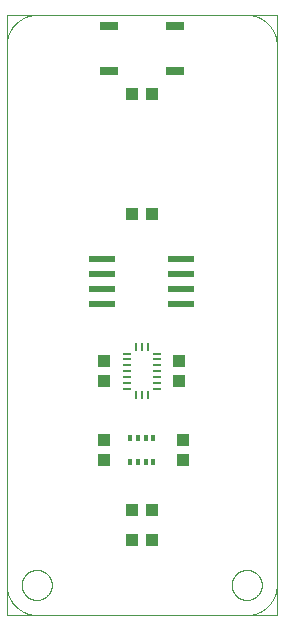
<source format=gtp>
G75*
%MOIN*%
%OFA0B0*%
%FSLAX25Y25*%
%IPPOS*%
%LPD*%
%AMOC8*
5,1,8,0,0,1.08239X$1,22.5*
%
%ADD10C,0.00000*%
%ADD11R,0.03937X0.04331*%
%ADD12R,0.04331X0.03937*%
%ADD13R,0.02657X0.00984*%
%ADD14R,0.00984X0.02657*%
%ADD15R,0.01378X0.01969*%
%ADD16R,0.06000X0.03000*%
%ADD17R,0.08661X0.02362*%
D10*
X0005000Y0004300D02*
X0005000Y0204261D01*
X0094951Y0204261D01*
X0094951Y0004300D01*
X0005000Y0004300D01*
X0005000Y0014300D02*
X0005000Y0194300D01*
X0005003Y0194542D01*
X0005012Y0194783D01*
X0005026Y0195024D01*
X0005047Y0195265D01*
X0005073Y0195505D01*
X0005105Y0195745D01*
X0005143Y0195984D01*
X0005186Y0196221D01*
X0005236Y0196458D01*
X0005291Y0196693D01*
X0005351Y0196927D01*
X0005418Y0197159D01*
X0005489Y0197390D01*
X0005567Y0197619D01*
X0005650Y0197846D01*
X0005738Y0198071D01*
X0005832Y0198294D01*
X0005931Y0198514D01*
X0006036Y0198732D01*
X0006145Y0198947D01*
X0006260Y0199160D01*
X0006380Y0199370D01*
X0006505Y0199576D01*
X0006635Y0199780D01*
X0006770Y0199981D01*
X0006910Y0200178D01*
X0007054Y0200372D01*
X0007203Y0200562D01*
X0007357Y0200748D01*
X0007515Y0200931D01*
X0007677Y0201110D01*
X0007844Y0201285D01*
X0008015Y0201456D01*
X0008190Y0201623D01*
X0008369Y0201785D01*
X0008552Y0201943D01*
X0008738Y0202097D01*
X0008928Y0202246D01*
X0009122Y0202390D01*
X0009319Y0202530D01*
X0009520Y0202665D01*
X0009724Y0202795D01*
X0009930Y0202920D01*
X0010140Y0203040D01*
X0010353Y0203155D01*
X0010568Y0203264D01*
X0010786Y0203369D01*
X0011006Y0203468D01*
X0011229Y0203562D01*
X0011454Y0203650D01*
X0011681Y0203733D01*
X0011910Y0203811D01*
X0012141Y0203882D01*
X0012373Y0203949D01*
X0012607Y0204009D01*
X0012842Y0204064D01*
X0013079Y0204114D01*
X0013316Y0204157D01*
X0013555Y0204195D01*
X0013795Y0204227D01*
X0014035Y0204253D01*
X0014276Y0204274D01*
X0014517Y0204288D01*
X0014758Y0204297D01*
X0015000Y0204300D01*
X0085000Y0204300D01*
X0085242Y0204297D01*
X0085483Y0204288D01*
X0085724Y0204274D01*
X0085965Y0204253D01*
X0086205Y0204227D01*
X0086445Y0204195D01*
X0086684Y0204157D01*
X0086921Y0204114D01*
X0087158Y0204064D01*
X0087393Y0204009D01*
X0087627Y0203949D01*
X0087859Y0203882D01*
X0088090Y0203811D01*
X0088319Y0203733D01*
X0088546Y0203650D01*
X0088771Y0203562D01*
X0088994Y0203468D01*
X0089214Y0203369D01*
X0089432Y0203264D01*
X0089647Y0203155D01*
X0089860Y0203040D01*
X0090070Y0202920D01*
X0090276Y0202795D01*
X0090480Y0202665D01*
X0090681Y0202530D01*
X0090878Y0202390D01*
X0091072Y0202246D01*
X0091262Y0202097D01*
X0091448Y0201943D01*
X0091631Y0201785D01*
X0091810Y0201623D01*
X0091985Y0201456D01*
X0092156Y0201285D01*
X0092323Y0201110D01*
X0092485Y0200931D01*
X0092643Y0200748D01*
X0092797Y0200562D01*
X0092946Y0200372D01*
X0093090Y0200178D01*
X0093230Y0199981D01*
X0093365Y0199780D01*
X0093495Y0199576D01*
X0093620Y0199370D01*
X0093740Y0199160D01*
X0093855Y0198947D01*
X0093964Y0198732D01*
X0094069Y0198514D01*
X0094168Y0198294D01*
X0094262Y0198071D01*
X0094350Y0197846D01*
X0094433Y0197619D01*
X0094511Y0197390D01*
X0094582Y0197159D01*
X0094649Y0196927D01*
X0094709Y0196693D01*
X0094764Y0196458D01*
X0094814Y0196221D01*
X0094857Y0195984D01*
X0094895Y0195745D01*
X0094927Y0195505D01*
X0094953Y0195265D01*
X0094974Y0195024D01*
X0094988Y0194783D01*
X0094997Y0194542D01*
X0095000Y0194300D01*
X0095000Y0014300D01*
X0080000Y0014300D02*
X0080002Y0014441D01*
X0080008Y0014582D01*
X0080018Y0014722D01*
X0080032Y0014862D01*
X0080050Y0015002D01*
X0080071Y0015141D01*
X0080097Y0015280D01*
X0080126Y0015418D01*
X0080160Y0015554D01*
X0080197Y0015690D01*
X0080238Y0015825D01*
X0080283Y0015959D01*
X0080332Y0016091D01*
X0080384Y0016222D01*
X0080440Y0016351D01*
X0080500Y0016478D01*
X0080563Y0016604D01*
X0080629Y0016728D01*
X0080700Y0016851D01*
X0080773Y0016971D01*
X0080850Y0017089D01*
X0080930Y0017205D01*
X0081014Y0017318D01*
X0081100Y0017429D01*
X0081190Y0017538D01*
X0081283Y0017644D01*
X0081378Y0017747D01*
X0081477Y0017848D01*
X0081578Y0017946D01*
X0081682Y0018041D01*
X0081789Y0018133D01*
X0081898Y0018222D01*
X0082010Y0018307D01*
X0082124Y0018390D01*
X0082240Y0018470D01*
X0082359Y0018546D01*
X0082480Y0018618D01*
X0082602Y0018688D01*
X0082727Y0018753D01*
X0082853Y0018816D01*
X0082981Y0018874D01*
X0083111Y0018929D01*
X0083242Y0018981D01*
X0083375Y0019028D01*
X0083509Y0019072D01*
X0083644Y0019113D01*
X0083780Y0019149D01*
X0083917Y0019181D01*
X0084055Y0019210D01*
X0084193Y0019235D01*
X0084333Y0019255D01*
X0084473Y0019272D01*
X0084613Y0019285D01*
X0084754Y0019294D01*
X0084894Y0019299D01*
X0085035Y0019300D01*
X0085176Y0019297D01*
X0085317Y0019290D01*
X0085457Y0019279D01*
X0085597Y0019264D01*
X0085737Y0019245D01*
X0085876Y0019223D01*
X0086014Y0019196D01*
X0086152Y0019166D01*
X0086288Y0019131D01*
X0086424Y0019093D01*
X0086558Y0019051D01*
X0086692Y0019005D01*
X0086824Y0018956D01*
X0086954Y0018902D01*
X0087083Y0018845D01*
X0087210Y0018785D01*
X0087336Y0018721D01*
X0087459Y0018653D01*
X0087581Y0018582D01*
X0087701Y0018508D01*
X0087818Y0018430D01*
X0087933Y0018349D01*
X0088046Y0018265D01*
X0088157Y0018178D01*
X0088265Y0018087D01*
X0088370Y0017994D01*
X0088473Y0017897D01*
X0088573Y0017798D01*
X0088670Y0017696D01*
X0088764Y0017591D01*
X0088855Y0017484D01*
X0088943Y0017374D01*
X0089028Y0017262D01*
X0089110Y0017147D01*
X0089189Y0017030D01*
X0089264Y0016911D01*
X0089336Y0016790D01*
X0089404Y0016667D01*
X0089469Y0016542D01*
X0089531Y0016415D01*
X0089588Y0016286D01*
X0089643Y0016156D01*
X0089693Y0016025D01*
X0089740Y0015892D01*
X0089783Y0015758D01*
X0089822Y0015622D01*
X0089857Y0015486D01*
X0089889Y0015349D01*
X0089916Y0015211D01*
X0089940Y0015072D01*
X0089960Y0014932D01*
X0089976Y0014792D01*
X0089988Y0014652D01*
X0089996Y0014511D01*
X0090000Y0014370D01*
X0090000Y0014230D01*
X0089996Y0014089D01*
X0089988Y0013948D01*
X0089976Y0013808D01*
X0089960Y0013668D01*
X0089940Y0013528D01*
X0089916Y0013389D01*
X0089889Y0013251D01*
X0089857Y0013114D01*
X0089822Y0012978D01*
X0089783Y0012842D01*
X0089740Y0012708D01*
X0089693Y0012575D01*
X0089643Y0012444D01*
X0089588Y0012314D01*
X0089531Y0012185D01*
X0089469Y0012058D01*
X0089404Y0011933D01*
X0089336Y0011810D01*
X0089264Y0011689D01*
X0089189Y0011570D01*
X0089110Y0011453D01*
X0089028Y0011338D01*
X0088943Y0011226D01*
X0088855Y0011116D01*
X0088764Y0011009D01*
X0088670Y0010904D01*
X0088573Y0010802D01*
X0088473Y0010703D01*
X0088370Y0010606D01*
X0088265Y0010513D01*
X0088157Y0010422D01*
X0088046Y0010335D01*
X0087933Y0010251D01*
X0087818Y0010170D01*
X0087701Y0010092D01*
X0087581Y0010018D01*
X0087459Y0009947D01*
X0087336Y0009879D01*
X0087210Y0009815D01*
X0087083Y0009755D01*
X0086954Y0009698D01*
X0086824Y0009644D01*
X0086692Y0009595D01*
X0086558Y0009549D01*
X0086424Y0009507D01*
X0086288Y0009469D01*
X0086152Y0009434D01*
X0086014Y0009404D01*
X0085876Y0009377D01*
X0085737Y0009355D01*
X0085597Y0009336D01*
X0085457Y0009321D01*
X0085317Y0009310D01*
X0085176Y0009303D01*
X0085035Y0009300D01*
X0084894Y0009301D01*
X0084754Y0009306D01*
X0084613Y0009315D01*
X0084473Y0009328D01*
X0084333Y0009345D01*
X0084193Y0009365D01*
X0084055Y0009390D01*
X0083917Y0009419D01*
X0083780Y0009451D01*
X0083644Y0009487D01*
X0083509Y0009528D01*
X0083375Y0009572D01*
X0083242Y0009619D01*
X0083111Y0009671D01*
X0082981Y0009726D01*
X0082853Y0009784D01*
X0082727Y0009847D01*
X0082602Y0009912D01*
X0082480Y0009982D01*
X0082359Y0010054D01*
X0082240Y0010130D01*
X0082124Y0010210D01*
X0082010Y0010293D01*
X0081898Y0010378D01*
X0081789Y0010467D01*
X0081682Y0010559D01*
X0081578Y0010654D01*
X0081477Y0010752D01*
X0081378Y0010853D01*
X0081283Y0010956D01*
X0081190Y0011062D01*
X0081100Y0011171D01*
X0081014Y0011282D01*
X0080930Y0011395D01*
X0080850Y0011511D01*
X0080773Y0011629D01*
X0080700Y0011749D01*
X0080629Y0011872D01*
X0080563Y0011996D01*
X0080500Y0012122D01*
X0080440Y0012249D01*
X0080384Y0012378D01*
X0080332Y0012509D01*
X0080283Y0012641D01*
X0080238Y0012775D01*
X0080197Y0012910D01*
X0080160Y0013046D01*
X0080126Y0013182D01*
X0080097Y0013320D01*
X0080071Y0013459D01*
X0080050Y0013598D01*
X0080032Y0013738D01*
X0080018Y0013878D01*
X0080008Y0014018D01*
X0080002Y0014159D01*
X0080000Y0014300D01*
X0085000Y0004300D02*
X0085242Y0004303D01*
X0085483Y0004312D01*
X0085724Y0004326D01*
X0085965Y0004347D01*
X0086205Y0004373D01*
X0086445Y0004405D01*
X0086684Y0004443D01*
X0086921Y0004486D01*
X0087158Y0004536D01*
X0087393Y0004591D01*
X0087627Y0004651D01*
X0087859Y0004718D01*
X0088090Y0004789D01*
X0088319Y0004867D01*
X0088546Y0004950D01*
X0088771Y0005038D01*
X0088994Y0005132D01*
X0089214Y0005231D01*
X0089432Y0005336D01*
X0089647Y0005445D01*
X0089860Y0005560D01*
X0090070Y0005680D01*
X0090276Y0005805D01*
X0090480Y0005935D01*
X0090681Y0006070D01*
X0090878Y0006210D01*
X0091072Y0006354D01*
X0091262Y0006503D01*
X0091448Y0006657D01*
X0091631Y0006815D01*
X0091810Y0006977D01*
X0091985Y0007144D01*
X0092156Y0007315D01*
X0092323Y0007490D01*
X0092485Y0007669D01*
X0092643Y0007852D01*
X0092797Y0008038D01*
X0092946Y0008228D01*
X0093090Y0008422D01*
X0093230Y0008619D01*
X0093365Y0008820D01*
X0093495Y0009024D01*
X0093620Y0009230D01*
X0093740Y0009440D01*
X0093855Y0009653D01*
X0093964Y0009868D01*
X0094069Y0010086D01*
X0094168Y0010306D01*
X0094262Y0010529D01*
X0094350Y0010754D01*
X0094433Y0010981D01*
X0094511Y0011210D01*
X0094582Y0011441D01*
X0094649Y0011673D01*
X0094709Y0011907D01*
X0094764Y0012142D01*
X0094814Y0012379D01*
X0094857Y0012616D01*
X0094895Y0012855D01*
X0094927Y0013095D01*
X0094953Y0013335D01*
X0094974Y0013576D01*
X0094988Y0013817D01*
X0094997Y0014058D01*
X0095000Y0014300D01*
X0085000Y0004300D02*
X0015000Y0004300D01*
X0010000Y0014300D02*
X0010002Y0014441D01*
X0010008Y0014582D01*
X0010018Y0014722D01*
X0010032Y0014862D01*
X0010050Y0015002D01*
X0010071Y0015141D01*
X0010097Y0015280D01*
X0010126Y0015418D01*
X0010160Y0015554D01*
X0010197Y0015690D01*
X0010238Y0015825D01*
X0010283Y0015959D01*
X0010332Y0016091D01*
X0010384Y0016222D01*
X0010440Y0016351D01*
X0010500Y0016478D01*
X0010563Y0016604D01*
X0010629Y0016728D01*
X0010700Y0016851D01*
X0010773Y0016971D01*
X0010850Y0017089D01*
X0010930Y0017205D01*
X0011014Y0017318D01*
X0011100Y0017429D01*
X0011190Y0017538D01*
X0011283Y0017644D01*
X0011378Y0017747D01*
X0011477Y0017848D01*
X0011578Y0017946D01*
X0011682Y0018041D01*
X0011789Y0018133D01*
X0011898Y0018222D01*
X0012010Y0018307D01*
X0012124Y0018390D01*
X0012240Y0018470D01*
X0012359Y0018546D01*
X0012480Y0018618D01*
X0012602Y0018688D01*
X0012727Y0018753D01*
X0012853Y0018816D01*
X0012981Y0018874D01*
X0013111Y0018929D01*
X0013242Y0018981D01*
X0013375Y0019028D01*
X0013509Y0019072D01*
X0013644Y0019113D01*
X0013780Y0019149D01*
X0013917Y0019181D01*
X0014055Y0019210D01*
X0014193Y0019235D01*
X0014333Y0019255D01*
X0014473Y0019272D01*
X0014613Y0019285D01*
X0014754Y0019294D01*
X0014894Y0019299D01*
X0015035Y0019300D01*
X0015176Y0019297D01*
X0015317Y0019290D01*
X0015457Y0019279D01*
X0015597Y0019264D01*
X0015737Y0019245D01*
X0015876Y0019223D01*
X0016014Y0019196D01*
X0016152Y0019166D01*
X0016288Y0019131D01*
X0016424Y0019093D01*
X0016558Y0019051D01*
X0016692Y0019005D01*
X0016824Y0018956D01*
X0016954Y0018902D01*
X0017083Y0018845D01*
X0017210Y0018785D01*
X0017336Y0018721D01*
X0017459Y0018653D01*
X0017581Y0018582D01*
X0017701Y0018508D01*
X0017818Y0018430D01*
X0017933Y0018349D01*
X0018046Y0018265D01*
X0018157Y0018178D01*
X0018265Y0018087D01*
X0018370Y0017994D01*
X0018473Y0017897D01*
X0018573Y0017798D01*
X0018670Y0017696D01*
X0018764Y0017591D01*
X0018855Y0017484D01*
X0018943Y0017374D01*
X0019028Y0017262D01*
X0019110Y0017147D01*
X0019189Y0017030D01*
X0019264Y0016911D01*
X0019336Y0016790D01*
X0019404Y0016667D01*
X0019469Y0016542D01*
X0019531Y0016415D01*
X0019588Y0016286D01*
X0019643Y0016156D01*
X0019693Y0016025D01*
X0019740Y0015892D01*
X0019783Y0015758D01*
X0019822Y0015622D01*
X0019857Y0015486D01*
X0019889Y0015349D01*
X0019916Y0015211D01*
X0019940Y0015072D01*
X0019960Y0014932D01*
X0019976Y0014792D01*
X0019988Y0014652D01*
X0019996Y0014511D01*
X0020000Y0014370D01*
X0020000Y0014230D01*
X0019996Y0014089D01*
X0019988Y0013948D01*
X0019976Y0013808D01*
X0019960Y0013668D01*
X0019940Y0013528D01*
X0019916Y0013389D01*
X0019889Y0013251D01*
X0019857Y0013114D01*
X0019822Y0012978D01*
X0019783Y0012842D01*
X0019740Y0012708D01*
X0019693Y0012575D01*
X0019643Y0012444D01*
X0019588Y0012314D01*
X0019531Y0012185D01*
X0019469Y0012058D01*
X0019404Y0011933D01*
X0019336Y0011810D01*
X0019264Y0011689D01*
X0019189Y0011570D01*
X0019110Y0011453D01*
X0019028Y0011338D01*
X0018943Y0011226D01*
X0018855Y0011116D01*
X0018764Y0011009D01*
X0018670Y0010904D01*
X0018573Y0010802D01*
X0018473Y0010703D01*
X0018370Y0010606D01*
X0018265Y0010513D01*
X0018157Y0010422D01*
X0018046Y0010335D01*
X0017933Y0010251D01*
X0017818Y0010170D01*
X0017701Y0010092D01*
X0017581Y0010018D01*
X0017459Y0009947D01*
X0017336Y0009879D01*
X0017210Y0009815D01*
X0017083Y0009755D01*
X0016954Y0009698D01*
X0016824Y0009644D01*
X0016692Y0009595D01*
X0016558Y0009549D01*
X0016424Y0009507D01*
X0016288Y0009469D01*
X0016152Y0009434D01*
X0016014Y0009404D01*
X0015876Y0009377D01*
X0015737Y0009355D01*
X0015597Y0009336D01*
X0015457Y0009321D01*
X0015317Y0009310D01*
X0015176Y0009303D01*
X0015035Y0009300D01*
X0014894Y0009301D01*
X0014754Y0009306D01*
X0014613Y0009315D01*
X0014473Y0009328D01*
X0014333Y0009345D01*
X0014193Y0009365D01*
X0014055Y0009390D01*
X0013917Y0009419D01*
X0013780Y0009451D01*
X0013644Y0009487D01*
X0013509Y0009528D01*
X0013375Y0009572D01*
X0013242Y0009619D01*
X0013111Y0009671D01*
X0012981Y0009726D01*
X0012853Y0009784D01*
X0012727Y0009847D01*
X0012602Y0009912D01*
X0012480Y0009982D01*
X0012359Y0010054D01*
X0012240Y0010130D01*
X0012124Y0010210D01*
X0012010Y0010293D01*
X0011898Y0010378D01*
X0011789Y0010467D01*
X0011682Y0010559D01*
X0011578Y0010654D01*
X0011477Y0010752D01*
X0011378Y0010853D01*
X0011283Y0010956D01*
X0011190Y0011062D01*
X0011100Y0011171D01*
X0011014Y0011282D01*
X0010930Y0011395D01*
X0010850Y0011511D01*
X0010773Y0011629D01*
X0010700Y0011749D01*
X0010629Y0011872D01*
X0010563Y0011996D01*
X0010500Y0012122D01*
X0010440Y0012249D01*
X0010384Y0012378D01*
X0010332Y0012509D01*
X0010283Y0012641D01*
X0010238Y0012775D01*
X0010197Y0012910D01*
X0010160Y0013046D01*
X0010126Y0013182D01*
X0010097Y0013320D01*
X0010071Y0013459D01*
X0010050Y0013598D01*
X0010032Y0013738D01*
X0010018Y0013878D01*
X0010008Y0014018D01*
X0010002Y0014159D01*
X0010000Y0014300D01*
X0005000Y0014300D02*
X0005003Y0014058D01*
X0005012Y0013817D01*
X0005026Y0013576D01*
X0005047Y0013335D01*
X0005073Y0013095D01*
X0005105Y0012855D01*
X0005143Y0012616D01*
X0005186Y0012379D01*
X0005236Y0012142D01*
X0005291Y0011907D01*
X0005351Y0011673D01*
X0005418Y0011441D01*
X0005489Y0011210D01*
X0005567Y0010981D01*
X0005650Y0010754D01*
X0005738Y0010529D01*
X0005832Y0010306D01*
X0005931Y0010086D01*
X0006036Y0009868D01*
X0006145Y0009653D01*
X0006260Y0009440D01*
X0006380Y0009230D01*
X0006505Y0009024D01*
X0006635Y0008820D01*
X0006770Y0008619D01*
X0006910Y0008422D01*
X0007054Y0008228D01*
X0007203Y0008038D01*
X0007357Y0007852D01*
X0007515Y0007669D01*
X0007677Y0007490D01*
X0007844Y0007315D01*
X0008015Y0007144D01*
X0008190Y0006977D01*
X0008369Y0006815D01*
X0008552Y0006657D01*
X0008738Y0006503D01*
X0008928Y0006354D01*
X0009122Y0006210D01*
X0009319Y0006070D01*
X0009520Y0005935D01*
X0009724Y0005805D01*
X0009930Y0005680D01*
X0010140Y0005560D01*
X0010353Y0005445D01*
X0010568Y0005336D01*
X0010786Y0005231D01*
X0011006Y0005132D01*
X0011229Y0005038D01*
X0011454Y0004950D01*
X0011681Y0004867D01*
X0011910Y0004789D01*
X0012141Y0004718D01*
X0012373Y0004651D01*
X0012607Y0004591D01*
X0012842Y0004536D01*
X0013079Y0004486D01*
X0013316Y0004443D01*
X0013555Y0004405D01*
X0013795Y0004373D01*
X0014035Y0004347D01*
X0014276Y0004326D01*
X0014517Y0004312D01*
X0014758Y0004303D01*
X0015000Y0004300D01*
D11*
X0037500Y0055954D03*
X0037500Y0062646D03*
X0037500Y0082204D03*
X0037500Y0088896D03*
X0062500Y0088896D03*
X0062500Y0082204D03*
X0063750Y0062646D03*
X0063750Y0055954D03*
D12*
X0053346Y0039300D03*
X0053346Y0029300D03*
X0046654Y0029300D03*
X0046654Y0039300D03*
X0046654Y0138050D03*
X0053346Y0138050D03*
X0053346Y0178050D03*
X0046654Y0178050D03*
D13*
X0045030Y0091456D03*
X0045030Y0089487D03*
X0045030Y0087519D03*
X0045030Y0085550D03*
X0045030Y0083581D03*
X0045030Y0081613D03*
X0045030Y0079644D03*
X0054970Y0079644D03*
X0054970Y0081613D03*
X0054970Y0083581D03*
X0054970Y0085550D03*
X0054970Y0087519D03*
X0054970Y0089487D03*
X0054970Y0091456D03*
D14*
X0051969Y0093473D03*
X0050000Y0093473D03*
X0048031Y0093473D03*
X0048031Y0077627D03*
X0050000Y0077627D03*
X0051969Y0077627D03*
D15*
X0051280Y0063335D03*
X0048720Y0063335D03*
X0046161Y0063335D03*
X0046161Y0055265D03*
X0048720Y0055265D03*
X0051280Y0055265D03*
X0053839Y0055265D03*
X0053839Y0063335D03*
D16*
X0061000Y0185550D03*
X0061000Y0200550D03*
X0039000Y0200550D03*
X0039000Y0185550D03*
D17*
X0036890Y0123050D03*
X0036890Y0118050D03*
X0036890Y0113050D03*
X0036890Y0108050D03*
X0063110Y0108050D03*
X0063110Y0113050D03*
X0063110Y0118050D03*
X0063110Y0123050D03*
M02*

</source>
